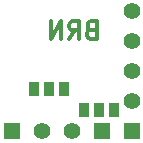
<source format=gbs>
G04 (created by PCBNEW (2013-may-18)-stable) date Wed 11 Feb 2015 08:06:24 PM EST*
%MOIN*%
G04 Gerber Fmt 3.4, Leading zero omitted, Abs format*
%FSLAX34Y34*%
G01*
G70*
G90*
G04 APERTURE LIST*
%ADD10C,0.00590551*%
%ADD11C,0.011811*%
%ADD12R,0.055X0.055*%
%ADD13C,0.055*%
%ADD14R,0.038X0.05*%
G04 APERTURE END LIST*
G54D10*
G54D11*
X76401Y-60921D02*
X76316Y-60949D01*
X76288Y-60978D01*
X76260Y-61034D01*
X76260Y-61118D01*
X76288Y-61174D01*
X76316Y-61203D01*
X76372Y-61231D01*
X76597Y-61231D01*
X76597Y-60640D01*
X76401Y-60640D01*
X76344Y-60668D01*
X76316Y-60696D01*
X76288Y-60753D01*
X76288Y-60809D01*
X76316Y-60865D01*
X76344Y-60893D01*
X76401Y-60921D01*
X76597Y-60921D01*
X75669Y-61231D02*
X75866Y-60949D01*
X76007Y-61231D02*
X76007Y-60640D01*
X75782Y-60640D01*
X75726Y-60668D01*
X75697Y-60696D01*
X75669Y-60753D01*
X75669Y-60837D01*
X75697Y-60893D01*
X75726Y-60921D01*
X75782Y-60949D01*
X76007Y-60949D01*
X75416Y-61231D02*
X75416Y-60640D01*
X75079Y-61231D01*
X75079Y-60640D01*
G54D12*
X77759Y-64311D03*
G54D13*
X77759Y-63311D03*
X77759Y-62311D03*
X77759Y-61311D03*
X77759Y-60311D03*
G54D12*
X76759Y-64311D03*
G54D13*
X75759Y-64311D03*
G54D12*
X73759Y-64311D03*
G54D13*
X74759Y-64311D03*
G54D14*
X77157Y-63586D03*
X76657Y-63586D03*
X76157Y-63586D03*
X75503Y-62893D03*
X75003Y-62893D03*
X74503Y-62893D03*
M02*

</source>
